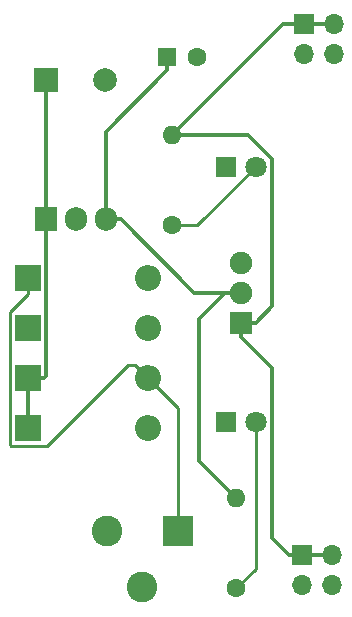
<source format=gtl>
G04 #@! TF.GenerationSoftware,KiCad,Pcbnew,(5.1.4)-1*
G04 #@! TF.CreationDate,2019-09-07T18:34:27-05:00*
G04 #@! TF.ProjectId,BreadboardPowerSupply,42726561-6462-46f6-9172-64506f776572,1*
G04 #@! TF.SameCoordinates,Original*
G04 #@! TF.FileFunction,Copper,L1,Top*
G04 #@! TF.FilePolarity,Positive*
%FSLAX46Y46*%
G04 Gerber Fmt 4.6, Leading zero omitted, Abs format (unit mm)*
G04 Created by KiCad (PCBNEW (5.1.4)-1) date 2019-09-07 18:34:27*
%MOMM*%
%LPD*%
G04 APERTURE LIST*
%ADD10R,2.000000X2.000000*%
%ADD11C,2.000000*%
%ADD12R,1.600000X1.600000*%
%ADD13C,1.600000*%
%ADD14R,2.200000X2.200000*%
%ADD15O,2.200000X2.200000*%
%ADD16C,1.800000*%
%ADD17R,1.800000X1.800000*%
%ADD18R,2.600000X2.600000*%
%ADD19C,2.600000*%
%ADD20R,1.700000X1.700000*%
%ADD21O,1.700000X1.700000*%
%ADD22O,1.600000X1.600000*%
%ADD23R,1.900000X1.900000*%
%ADD24C,1.900000*%
%ADD25R,1.905000X2.000000*%
%ADD26O,1.905000X2.000000*%
%ADD27C,0.300000*%
%ADD28C,0.250000*%
G04 APERTURE END LIST*
D10*
X130302000Y-56642000D03*
D11*
X135302000Y-56642000D03*
D12*
X140589000Y-54737000D03*
D13*
X143089000Y-54737000D03*
D14*
X128778000Y-81872666D03*
D15*
X138938000Y-81872666D03*
X138938000Y-73406000D03*
D14*
X128778000Y-73406000D03*
X128778000Y-86106000D03*
D15*
X138938000Y-86106000D03*
X138938000Y-77639333D03*
D14*
X128778000Y-77639333D03*
D16*
X148082000Y-85598000D03*
D17*
X145542000Y-85598000D03*
X145542000Y-64008000D03*
D16*
X148082000Y-64008000D03*
D18*
X141478000Y-94869000D03*
D19*
X135478000Y-94869000D03*
X138478000Y-99569000D03*
D20*
X152019000Y-96901000D03*
D21*
X154559000Y-96901000D03*
X152019000Y-99441000D03*
X154559000Y-99441000D03*
X154686000Y-54483000D03*
X152146000Y-54483000D03*
X154686000Y-51943000D03*
D20*
X152146000Y-51943000D03*
D13*
X146431000Y-99695000D03*
D22*
X146431000Y-92075000D03*
X140970000Y-61341000D03*
D13*
X140970000Y-68961000D03*
D23*
X146812000Y-77183000D03*
D24*
X146812000Y-74683000D03*
X146812000Y-72183000D03*
D25*
X130302000Y-68453000D03*
D26*
X132842000Y-68453000D03*
X135382000Y-68453000D03*
D27*
X128778000Y-84706000D02*
X128778000Y-81872666D01*
X128778000Y-86106000D02*
X128778000Y-84706000D01*
X130302000Y-69753000D02*
X130302000Y-68453000D01*
X130328001Y-69779001D02*
X130302000Y-69753000D01*
X130328001Y-81722665D02*
X130328001Y-69779001D01*
X130178000Y-81872666D02*
X130328001Y-81722665D01*
X128778000Y-81872666D02*
X130178000Y-81872666D01*
X130302000Y-56642000D02*
X130302000Y-68453000D01*
X143256000Y-76895498D02*
X145468498Y-74683000D01*
X146431000Y-92075000D02*
X143256000Y-88900000D01*
X143256000Y-88900000D02*
X143256000Y-76895498D01*
X145468498Y-74683000D02*
X146812000Y-74683000D01*
X142864500Y-74683000D02*
X145468498Y-74683000D01*
X136634500Y-68453000D02*
X142864500Y-74683000D01*
X135382000Y-68453000D02*
X136634500Y-68453000D01*
X135382000Y-67153000D02*
X135382000Y-68453000D01*
X135382000Y-61044000D02*
X135382000Y-67153000D01*
X140589000Y-55837000D02*
X135382000Y-61044000D01*
X140589000Y-54737000D02*
X140589000Y-55837000D01*
D28*
X141478000Y-84412666D02*
X138938000Y-81872666D01*
X141478000Y-94869000D02*
X141478000Y-84412666D01*
X128778000Y-74756000D02*
X128778000Y-73406000D01*
X127252999Y-87546001D02*
X127252999Y-76281001D01*
X127337999Y-87631001D02*
X127252999Y-87546001D01*
X127252999Y-76281001D02*
X128778000Y-74756000D01*
X130429333Y-87631001D02*
X127337999Y-87631001D01*
X137287667Y-80772667D02*
X130429333Y-87631001D01*
X137838001Y-80772667D02*
X137287667Y-80772667D01*
X138938000Y-81872666D02*
X137838001Y-80772667D01*
X148082000Y-98044000D02*
X148082000Y-85598000D01*
X146431000Y-99695000D02*
X148082000Y-98044000D01*
X143129000Y-68961000D02*
X148082000Y-64008000D01*
X140970000Y-68961000D02*
X143129000Y-68961000D01*
D27*
X154559000Y-96901000D02*
X152019000Y-96901000D01*
X146812000Y-78433000D02*
X146812000Y-77183000D01*
X149432001Y-81053001D02*
X146812000Y-78433000D01*
X149432001Y-95464001D02*
X149432001Y-81053001D01*
X150869000Y-96901000D02*
X149432001Y-95464001D01*
X152019000Y-96901000D02*
X150869000Y-96901000D01*
X142101370Y-61341000D02*
X140970000Y-61341000D01*
X147413002Y-61341000D02*
X142101370Y-61341000D01*
X149432001Y-63359999D02*
X147413002Y-61341000D01*
X149432001Y-75812999D02*
X149432001Y-63359999D01*
X148062000Y-77183000D02*
X149432001Y-75812999D01*
X146812000Y-77183000D02*
X148062000Y-77183000D01*
X154686000Y-51943000D02*
X152146000Y-51943000D01*
X150368000Y-51943000D02*
X152146000Y-51943000D01*
X140970000Y-61341000D02*
X150368000Y-51943000D01*
M02*

</source>
